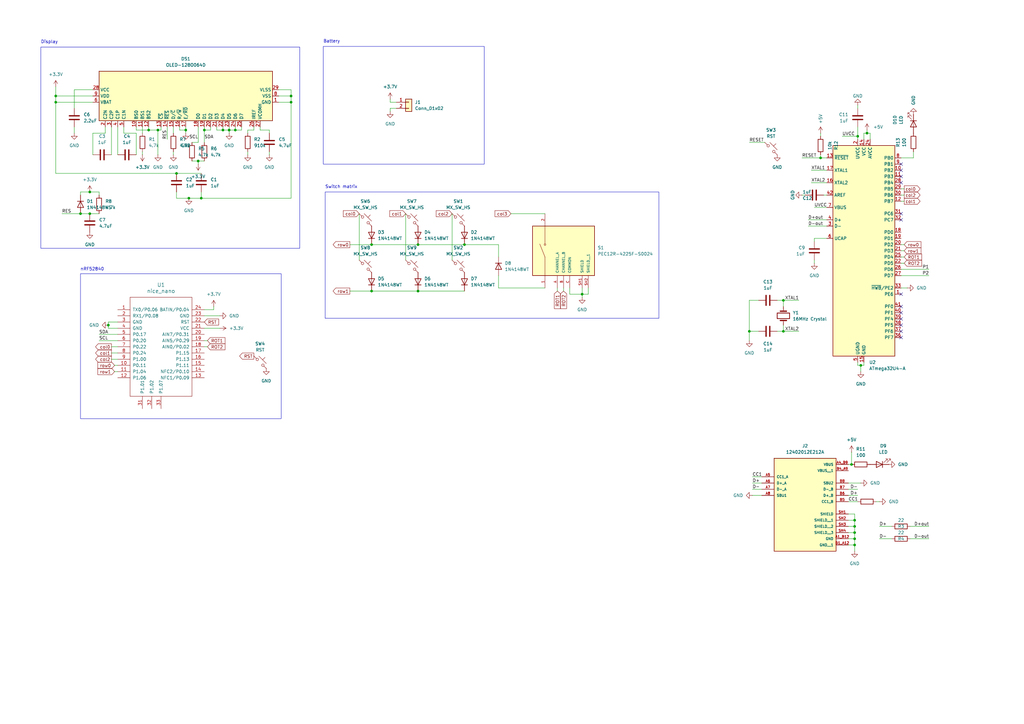
<source format=kicad_sch>
(kicad_sch (version 20250114) (generator "eeschema") (generator_version "9.0")
  (paper "A3")
  (rectangle (start 33.02 112.268) (end 115.316 171.704))
  (rectangle (start 132.588 19.05) (end 198.628 67.31))
  (rectangle (start 133.35 78.74) (end 270.256 130.556))
  (rectangle (start 16.764 19.304) (end 122.936 101.854))
  (text "Battery" (at 132.588 17.78 0) (effects (font (size 1.27 1.27)) (justify left bottom)))
  (text "Display" (at 16.764 18.034 0) (effects (font (size 1.27 1.27)) (justify left bottom)))
  (text "Switch matrix" (at 133.35 77.47 0) (effects (font (size 1.27 1.27)) (justify left bottom)))
  (text "nRF52840" (at 37.846 110.49 0) (effects (font (size 1.27 1.27))))
  (junction (at 36.83 87.63))
  (junction (at 350.52 215.9))
  (junction (at 351.79 55.88))
  (junction (at 82.55 81.28))
  (junction (at 171.45 100.33))
  (junction (at 238.76 120.65))
  (junction (at 190.5 100.33))
  (junction (at 81.28 66.04))
  (junction (at 353.06 149.86))
  (junction (at 171.45 119.38))
  (junction (at 355.6 54.61))
  (junction (at 307.34 135.89))
  (junction (at 93.98 53.34))
  (junction (at 22.86 39.37))
  (junction (at 36.83 78.74))
  (junction (at 119.38 39.37))
  (junction (at 349.25 190.5))
  (junction (at 336.55 64.77))
  (junction (at 76.2 53.34))
  (junction (at 321.31 135.89))
  (junction (at 321.31 123.19))
  (junction (at 119.38 41.91))
  (junction (at 350.52 213.36))
  (junction (at 83.82 53.34))
  (junction (at 350.52 218.44))
  (junction (at 60.96 53.34))
  (junction (at 22.86 41.91))
  (junction (at 350.52 223.52))
  (junction (at 96.52 53.34))
  (junction (at 64.77 53.34))
  (junction (at 91.44 53.34))
  (junction (at 72.39 71.12))
  (junction (at 152.4 100.33))
  (junction (at 77.47 81.28))
  (junction (at 350.52 220.98))
  (junction (at 44.45 133.35))
  (junction (at 152.4 119.38))
  (junction (at 33.02 87.63))
  (no_connect (at 369.57 138.43))
  (no_connect (at 369.57 74.93))
  (no_connect (at 369.57 128.27))
  (no_connect (at 369.57 90.17))
  (no_connect (at 369.57 130.81))
  (no_connect (at 369.57 133.35))
  (no_connect (at 369.57 120.65))
  (no_connect (at 369.57 87.63))
  (no_connect (at 369.57 72.39))
  (no_connect (at 369.57 69.85))
  (no_connect (at 369.57 125.73))
  (no_connect (at 369.57 67.31))
  (no_connect (at 369.57 135.89))
  (wire (pts (xy 233.68 120.65) (xy 238.76 120.65)))
  (wire (pts (xy 307.34 123.19) (xy 311.15 123.19)))
  (wire (pts (xy 40.64 137.16) (xy 48.26 137.16)))
  (wire (pts (xy 349.25 185.42) (xy 349.25 190.5)))
  (wire (pts (xy 345.44 55.88) (xy 351.79 55.88)))
  (wire (pts (xy 104.14 53.34) (xy 101.6 53.34)))
  (wire (pts (xy 328.93 64.77) (xy 336.55 64.77)))
  (wire (pts (xy 48.26 52.07) (xy 48.26 63.5)))
  (wire (pts (xy 327.66 123.19) (xy 321.31 123.19)))
  (wire (pts (xy 311.15 135.89) (xy 307.34 135.89)))
  (wire (pts (xy 96.52 53.34) (xy 96.52 52.07)))
  (wire (pts (xy 147.32 87.63) (xy 147.32 106.68)))
  (wire (pts (xy 355.6 54.61) (xy 354.33 54.61)))
  (wire (pts (xy 347.98 198.12) (xy 353.06 198.12)))
  (wire (pts (xy 360.68 215.9) (xy 365.76 215.9)))
  (wire (pts (xy 55.88 53.34) (xy 60.96 53.34)))
  (wire (pts (xy 30.48 36.83) (xy 38.1 36.83)))
  (wire (pts (xy 119.38 39.37) (xy 119.38 41.91)))
  (wire (pts (xy 81.28 67.31) (xy 81.28 66.04)))
  (wire (pts (xy 81.28 66.04) (xy 78.74 66.04)))
  (wire (pts (xy 350.52 210.82) (xy 350.52 213.36)))
  (wire (pts (xy 22.86 39.37) (xy 22.86 41.91)))
  (wire (pts (xy 81.28 52.07) (xy 81.28 58.42)))
  (wire (pts (xy 332.74 74.93) (xy 339.09 74.93)))
  (wire (pts (xy 114.3 41.91) (xy 119.38 41.91)))
  (wire (pts (xy 50.8 52.07) (xy 50.8 54.61)))
  (wire (pts (xy 82.55 78.74) (xy 82.55 81.28)))
  (wire (pts (xy 88.9 53.34) (xy 88.9 52.07)))
  (wire (pts (xy 85.09 139.7) (xy 83.82 139.7)))
  (wire (pts (xy 370.84 77.47) (xy 369.57 77.47)))
  (wire (pts (xy 45.72 144.78) (xy 48.26 144.78)))
  (wire (pts (xy 143.51 100.33) (xy 152.4 100.33)))
  (wire (pts (xy 76.2 53.34) (xy 76.2 54.61)))
  (wire (pts (xy 93.98 53.34) (xy 93.98 54.61)))
  (wire (pts (xy 353.06 149.86) (xy 353.06 152.4)))
  (wire (pts (xy 72.39 71.12) (xy 82.55 71.12)))
  (wire (pts (xy 55.88 52.07) (xy 55.88 53.34)))
  (wire (pts (xy 369.57 118.11) (xy 372.11 118.11)))
  (wire (pts (xy 241.3 118.11) (xy 241.3 120.65)))
  (wire (pts (xy 370.84 102.87) (xy 369.57 102.87)))
  (wire (pts (xy 347.98 213.36) (xy 350.52 213.36)))
  (wire (pts (xy 351.79 149.86) (xy 353.06 149.86)))
  (wire (pts (xy 83.82 129.54) (xy 90.17 129.54)))
  (wire (pts (xy 231.14 118.11) (xy 231.14 119.38)))
  (wire (pts (xy 48.26 134.62) (xy 44.45 134.62)))
  (wire (pts (xy 110.49 53.34) (xy 106.68 53.34)))
  (wire (pts (xy 328.93 80.01) (xy 330.2 80.01)))
  (wire (pts (xy 99.06 53.34) (xy 99.06 52.07)))
  (wire (pts (xy 321.31 123.19) (xy 321.31 125.73)))
  (wire (pts (xy 336.55 54.61) (xy 336.55 55.88)))
  (wire (pts (xy 331.47 90.17) (xy 339.09 90.17)))
  (wire (pts (xy 350.52 215.9) (xy 350.52 218.44)))
  (wire (pts (xy 43.18 54.61) (xy 43.18 52.07)))
  (wire (pts (xy 91.44 53.34) (xy 91.44 52.07)))
  (wire (pts (xy 25.4 87.63) (xy 33.02 87.63)))
  (wire (pts (xy 350.52 213.36) (xy 350.52 215.9)))
  (wire (pts (xy 321.31 135.89) (xy 318.77 135.89)))
  (wire (pts (xy 104.14 52.07) (xy 104.14 53.34)))
  (wire (pts (xy 308.61 195.58) (xy 312.42 195.58)))
  (wire (pts (xy 350.52 218.44) (xy 350.52 220.98)))
  (wire (pts (xy 30.48 44.45) (xy 30.48 36.83)))
  (wire (pts (xy 351.79 43.18) (xy 351.79 44.45)))
  (wire (pts (xy 350.52 220.98) (xy 350.52 223.52)))
  (wire (pts (xy 160.02 44.45) (xy 160.02 45.72)))
  (wire (pts (xy 58.42 63.5) (xy 58.42 62.23)))
  (wire (pts (xy 351.79 200.66) (xy 347.98 200.66)))
  (wire (pts (xy 114.3 36.83) (xy 119.38 36.83)))
  (wire (pts (xy 30.48 54.61) (xy 30.48 52.07)))
  (wire (pts (xy 46.99 149.86) (xy 48.26 149.86)))
  (wire (pts (xy 45.72 52.07) (xy 45.72 63.5)))
  (wire (pts (xy 46.99 152.4) (xy 48.26 152.4)))
  (wire (pts (xy 64.77 53.34) (xy 60.96 53.34)))
  (wire (pts (xy 143.51 119.38) (xy 152.4 119.38)))
  (wire (pts (xy 308.61 198.12) (xy 312.42 198.12)))
  (wire (pts (xy 22.86 71.12) (xy 72.39 71.12)))
  (wire (pts (xy 88.9 53.34) (xy 91.44 53.34)))
  (wire (pts (xy 347.98 223.52) (xy 350.52 223.52)))
  (wire (pts (xy 334.01 99.06) (xy 334.01 97.79)))
  (wire (pts (xy 45.72 147.32) (xy 48.26 147.32)))
  (wire (pts (xy 71.12 62.23) (xy 71.12 63.5)))
  (wire (pts (xy 334.01 97.79) (xy 339.09 97.79)))
  (wire (pts (xy 96.52 53.34) (xy 99.06 53.34)))
  (wire (pts (xy 76.2 52.07) (xy 76.2 53.34)))
  (wire (pts (xy 83.82 52.07) (xy 83.82 53.34)))
  (wire (pts (xy 351.79 55.88) (xy 351.79 57.15)))
  (wire (pts (xy 101.6 53.34) (xy 101.6 54.61)))
  (wire (pts (xy 87.63 127) (xy 83.82 127)))
  (wire (pts (xy 308.61 203.2) (xy 312.42 203.2)))
  (wire (pts (xy 40.64 80.01) (xy 40.64 78.74)))
  (wire (pts (xy 85.09 142.24) (xy 83.82 142.24)))
  (wire (pts (xy 238.76 118.11) (xy 238.76 120.65)))
  (wire (pts (xy 22.86 41.91) (xy 38.1 41.91)))
  (wire (pts (xy 106.68 53.34) (xy 106.68 52.07)))
  (wire (pts (xy 93.98 53.34) (xy 96.52 53.34)))
  (wire (pts (xy 337.82 80.01) (xy 339.09 80.01)))
  (wire (pts (xy 238.76 121.92) (xy 238.76 120.65)))
  (wire (pts (xy 48.26 132.08) (xy 44.45 132.08)))
  (wire (pts (xy 160.02 41.91) (xy 162.56 41.91)))
  (wire (pts (xy 66.04 52.07) (xy 66.04 53.34)))
  (wire (pts (xy 40.64 139.7) (xy 48.26 139.7)))
  (wire (pts (xy 91.44 53.34) (xy 93.98 53.34)))
  (wire (pts (xy 209.55 87.63) (xy 223.52 87.63)))
  (wire (pts (xy 347.98 218.44) (xy 350.52 218.44)))
  (wire (pts (xy 171.45 119.38) (xy 190.5 119.38)))
  (wire (pts (xy 356.87 57.15) (xy 356.87 54.61)))
  (wire (pts (xy 355.6 53.34) (xy 355.6 54.61)))
  (wire (pts (xy 86.36 52.07) (xy 86.36 53.34)))
  (wire (pts (xy 64.77 63.5) (xy 64.77 53.34)))
  (wire (pts (xy 356.87 54.61) (xy 355.6 54.61)))
  (wire (pts (xy 336.55 64.77) (xy 339.09 64.77)))
  (wire (pts (xy 381 110.49) (xy 369.57 110.49)))
  (wire (pts (xy 152.4 100.33) (xy 171.45 100.33)))
  (wire (pts (xy 360.68 205.74) (xy 359.41 205.74)))
  (wire (pts (xy 334.01 85.09) (xy 339.09 85.09)))
  (wire (pts (xy 44.45 134.62) (xy 44.45 133.35)))
  (wire (pts (xy 238.76 120.65) (xy 241.3 120.65)))
  (wire (pts (xy 119.38 39.37) (xy 119.38 36.83)))
  (wire (pts (xy 44.45 132.08) (xy 44.45 133.35)))
  (wire (pts (xy 66.04 53.34) (xy 64.77 53.34)))
  (wire (pts (xy 347.98 215.9) (xy 350.52 215.9)))
  (wire (pts (xy 381 215.9) (xy 373.38 215.9)))
  (wire (pts (xy 110.49 53.34) (xy 110.49 54.61)))
  (wire (pts (xy 370.84 107.95) (xy 369.57 107.95)))
  (wire (pts (xy 370.84 82.55) (xy 369.57 82.55)))
  (wire (pts (xy 228.6 119.38) (xy 228.6 118.11)))
  (wire (pts (xy 381 220.98) (xy 373.38 220.98)))
  (wire (pts (xy 22.86 35.56) (xy 22.86 39.37)))
  (wire (pts (xy 354.33 54.61) (xy 354.33 57.15)))
  (wire (pts (xy 119.38 41.91) (xy 119.38 81.28)))
  (wire (pts (xy 55.88 54.61) (xy 55.88 63.5)))
  (wire (pts (xy 160.02 40.64) (xy 160.02 41.91)))
  (wire (pts (xy 308.61 200.66) (xy 312.42 200.66)))
  (wire (pts (xy 233.68 118.11) (xy 233.68 120.65)))
  (wire (pts (xy 349.25 190.5) (xy 347.98 190.5)))
  (wire (pts (xy 60.96 53.34) (xy 60.96 52.07)))
  (wire (pts (xy 22.86 39.37) (xy 38.1 39.37)))
  (wire (pts (xy 101.6 62.23) (xy 101.6 63.5)))
  (wire (pts (xy 58.42 52.07) (xy 58.42 54.61)))
  (wire (pts (xy 332.74 69.85) (xy 339.09 69.85)))
  (wire (pts (xy 86.36 53.34) (xy 83.82 53.34)))
  (wire (pts (xy 307.34 123.19) (xy 307.34 135.89)))
  (wire (pts (xy 350.52 223.52) (xy 350.52 226.06)))
  (wire (pts (xy 33.02 78.74) (xy 33.02 80.01)))
  (wire (pts (xy 72.39 78.74) (xy 72.39 81.28)))
  (wire (pts (xy 381 113.03) (xy 369.57 113.03)))
  (wire (pts (xy 347.98 220.98) (xy 350.52 220.98)))
  (wire (pts (xy 351.79 205.74) (xy 347.98 205.74)))
  (wire (pts (xy 370.84 105.41) (xy 369.57 105.41)))
  (wire (pts (xy 185.42 87.63) (xy 185.42 106.68)))
  (wire (pts (xy 347.98 210.82) (xy 350.52 210.82)))
  (wire (pts (xy 71.12 52.07) (xy 71.12 54.61)))
  (wire (pts (xy 321.31 135.89) (xy 327.66 135.89)))
  (wire (pts (xy 93.98 53.34) (xy 93.98 52.07)))
  (wire (pts (xy 40.64 78.74) (xy 36.83 78.74)))
  (wire (pts (xy 166.37 87.63) (xy 166.37 106.68)))
  (wire (pts (xy 110.49 62.23) (xy 110.49 63.5)))
  (wire (pts (xy 370.84 80.01) (xy 369.57 80.01)))
  (wire (pts (xy 83.82 53.34) (xy 83.82 58.42)))
  (wire (pts (xy 73.66 52.07) (xy 73.66 53.34)))
  (wire (pts (xy 351.79 52.07) (xy 351.79 55.88)))
  (wire (pts (xy 307.34 135.89) (xy 307.34 139.7)))
  (wire (pts (xy 87.63 125.73) (xy 87.63 127)))
  (wire (pts (xy 360.68 220.98) (xy 365.76 220.98)))
  (wire (pts (xy 50.8 54.61) (xy 55.88 54.61)))
  (wire (pts (xy 204.47 113.03) (xy 204.47 118.11)))
  (wire (pts (xy 370.84 100.33) (xy 369.57 100.33)))
  (wire (pts (xy 38.1 54.61) (xy 38.1 63.5)))
  (wire (pts (xy 114.3 39.37) (xy 119.38 39.37)))
  (wire (pts (xy 354.33 149.86) (xy 353.06 149.86)))
  (wire (pts (xy 336.55 63.5) (xy 336.55 64.77)))
  (wire (pts (xy 204.47 100.33) (xy 204.47 105.41)))
  (wire (pts (xy 76.2 53.34) (xy 73.66 53.34)))
  (wire (pts (xy 204.47 100.33) (xy 190.5 100.33)))
  (wire (pts (xy 22.86 41.91) (xy 22.86 71.12)))
  (wire (pts (xy 307.34 58.42) (xy 313.69 58.42)))
  (wire (pts (xy 36.83 87.63) (xy 40.64 87.63)))
  (wire (pts (xy 351.79 148.59) (xy 351.79 149.86)))
  (wire (pts (xy 36.83 87.63) (xy 33.02 87.63)))
  (wire (pts (xy 38.1 54.61) (xy 43.18 54.61)))
  (wire (pts (xy 82.55 81.28) (xy 77.47 81.28)))
  (wire (pts (xy 72.39 81.28) (xy 77.47 81.28)))
  (wire (pts (xy 81.28 58.42) (xy 78.74 58.42)))
  (wire (pts (xy 334.01 106.68) (xy 334.01 107.95)))
  (wire (pts (xy 68.58 52.07) (xy 68.58 57.15)))
  (wire (pts (xy 119.38 81.28) (xy 82.55 81.28)))
  (wire (pts (xy 374.65 64.77) (xy 369.57 64.77)))
  (wire (pts (xy 162.56 44.45) (xy 160.02 44.45)))
  (wire (pts (xy 331.47 92.71) (xy 339.09 92.71)))
  (wire (pts (xy 45.72 142.24) (xy 48.26 142.24)))
  (wire (pts (xy 374.65 62.23) (xy 374.65 64.77)))
  (wire (pts (xy 204.47 118.11) (xy 223.52 118.11)))
  (wire (pts (xy 152.4 119.38) (xy 171.45 119.38)))
  (wire (pts (xy 33.02 78.74) (xy 36.83 78.74)))
  (wire (pts (xy 171.45 100.33) (xy 190.5 100.33)))
  (wire (pts (xy 351.79 203.2) (xy 347.98 203.2)))
  (wire (pts (xy 321.31 133.35) (xy 321.31 135.89)))
  (wire (pts (xy 81.28 66.04) (xy 83.82 66.04)))
  (wire (pts (xy 354.33 148.59) (xy 354.33 149.86)))
  (wire (pts (xy 318.77 123.19) (xy 321.31 123.19)))
  (wire (pts (xy 83.82 134.62) (xy 90.17 134.62)))
  (label "D-" (at 360.68 220.98 0))
  (label "XTAL2" (at 327.66 135.89 180))
  (label "CC1" (at 347.98 205.74 0))
  (label "D+out" (at 381 215.9 180))
  (label "P2" (at 381 113.03 180))
  (label "P1" (at 381 110.49 180))
  (label "SCL" (at 81.28 57.15 180))
  (label "D+" (at 351.79 203.2 180))
  (label "XTAL1" (at 327.66 123.19 180))
  (label "RES" (at 68.58 57.15 90))
  (label "CC1" (at 308.61 195.58 0))
  (label "SDA" (at 40.64 137.16 0))
  (label "RESET" (at 328.93 64.77 0))
  (label "D-" (at 308.61 200.66 0))
  (label "SDA" (at 83.82 57.15 0))
  (label "SCL" (at 40.64 139.7 0))
  (label "UVCC" (at 345.44 55.88 0))
  (label "D-out" (at 331.47 92.71 0))
  (label "D+" (at 308.61 198.12 0))
  (label "XTAL2" (at 332.74 74.93 0))
  (label "D-" (at 351.79 200.66 180))
  (label "D-out" (at 381 220.98 180))
  (label "D+out" (at 331.47 90.17 0))
  (label "RESET" (at 307.34 58.42 0))
  (label "RES" (at 25.4 87.63 0))
  (label "XTAL1" (at 332.74 69.85 0))
  (label "UVCC" (at 334.01 85.09 0))
  (label "D+" (at 360.68 215.9 0))
  (global_label "ROT1" (shape input) (at 370.84 105.41 0) (property "Intersheetrefs" "${INTERSHEET_REFS}" (effects (hide yes))))
  (global_label "row1" (shape input) (at 370.84 102.87 0) (property "Intersheetrefs" "${INTERSHEET_REFS}" (effects (hide yes))))
  (global_label "col2" (shape input) (at 185.42 87.63 180) (property "Intersheetrefs" "${INTERSHEET_REFS}" (effects (hide yes))))
  (global_label "col1" (shape input) (at 166.37 87.63 180) (property "Intersheetrefs" "${INTERSHEET_REFS}" (effects (hide yes))))
  (global_label "row1" (shape input) (at 46.99 152.4 180) (property "Intersheetrefs" "${INTERSHEET_REFS}" (effects (hide yes))))
  (global_label "ROT2" (shape input) (at 85.09 142.24 0) (property "Intersheetrefs" "${INTERSHEET_REFS}" (effects (hide yes))))
  (global_label "col0" (shape output) (at 45.72 142.24 180) (property "Intersheetrefs" "${INTERSHEET_REFS}" (effects (hide yes))))
  (global_label "col1" (shape output) (at 45.72 144.78 180) (property "Intersheetrefs" "${INTERSHEET_REFS}" (effects (hide yes))))
  (global_label "row0" (shape input) (at 370.84 100.33 0) (property "Intersheetrefs" "${INTERSHEET_REFS}" (effects (hide yes))))
  (global_label "row0" (shape output) (at 143.51 100.33 180) (property "Intersheetrefs" "${INTERSHEET_REFS}" (effects (hide yes))))
  (global_label "col0" (shape input) (at 147.32 87.63 180) (property "Intersheetrefs" "${INTERSHEET_REFS}" (effects (hide yes))))
  (global_label "col0" (shape output) (at 370.84 77.47 0) (property "Intersheetrefs" "${INTERSHEET_REFS}" (effects (hide yes))))
  (global_label "row0" (shape input) (at 46.99 149.86 180) (property "Intersheetrefs" "${INTERSHEET_REFS}" (effects (hide yes))))
  (global_label "ROT2" (shape input) (at 370.84 107.95 0) (property "Intersheetrefs" "${INTERSHEET_REFS}" (effects (hide yes))))
  (global_label "col3" (shape input) (at 209.55 87.63 180) (property "Intersheetrefs" "${INTERSHEET_REFS}" (effects (hide yes))))
  (global_label "ROT1" (shape input) (at 85.09 139.7 0) (property "Intersheetrefs" "${INTERSHEET_REFS}" (effects (hide yes))))
  (global_label "RST" (shape input) (at 83.82 132.08 0) (property "Intersheetrefs" "${INTERSHEET_REFS}" (effects (hide yes))))
  (global_label "RST" (shape output) (at 104.14 146.05 180) (property "Intersheetrefs" "${INTERSHEET_REFS}" (effects (hide yes))))
  (global_label "col2" (shape output) (at 370.84 80.01 0) (property "Intersheetrefs" "${INTERSHEET_REFS}" (effects (hide yes))))
  (global_label "col2" (shape output) (at 45.72 147.32 180) (property "Intersheetrefs" "${INTERSHEET_REFS}" (effects (hide yes))))
  (global_label "ROT2" (shape input) (at 231.14 119.38 270) (property "Intersheetrefs" "${INTERSHEET_REFS}" (effects (hide yes))))
  (global_label "col1" (shape output) (at 370.84 82.55 0) (property "Intersheetrefs" "${INTERSHEET_REFS}" (effects (hide yes))))
  (global_label "row1" (shape output) (at 143.51 119.38 180) (property "Intersheetrefs" "${INTERSHEET_REFS}" (effects (hide yes))))
  (global_label "ROT1" (shape input) (at 228.6 119.38 270) (property "Intersheetrefs" "${INTERSHEET_REFS}" (effects (hide yes))))
  (symbol (lib_id "PEC12R-4225F-S0024:PEC12R-4225F-S0024") (at 228.6 102.87 90) (unit 1)
    (property "Reference" "S1" (at 245.11 101.5999 90) (effects (justify right)))
    (property "Value" "PEC12R-4225F-S0024" (at 245.11 104.1399 90) (effects (justify right)))
    (property "Footprint" "PEC12R_4225F_S0024:XDCR_PEC12R-4225F-S0024" (effects (hide yes)))
    (property "PARTREV" "07/21" (effects (hide yes)))
    (property "MANUFACTURER" "Bourns" (effects (hide yes)))
    (property "MAXIMUM_PACKAGE_HEIGHT" "20.5mm" (effects (hide yes)))
    (property "STANDARD" "Manufacturer recommendations" (effects (hide yes)))
  )
  (symbol (lib_id "power:+5V") (at 349.25 185.42 0) (unit 1)
    (property "Reference" "#PWR025" (effects (hide yes)))
    (property "Value" "+5V" (at 349.25 180.34 0))
    (property "Description" "Power symbol creates a global label with name \"+5V\"" (effects (hide yes)))
  )
  (symbol (lib_id "Device:R") (at 353.06 190.5 90) (unit 1)
    (property "Reference" "R11" (at 353.06 184.15 90))
    (property "Value" "100" (at 353.06 186.69 90))
    (property "Footprint" "Resistor_SMD:R_0805_2012Metric_Pad1.20x1.40mm_HandSolder" (effects (hide yes)))
    (property "Description" "Resistor" (effects (hide yes)))
  )
  (symbol (lib_id "power:GND") (at 350.52 226.06 0) (unit 1)
    (property "Reference" "#PWR022" (effects (hide yes)))
    (property "Value" "GND" (at 350.52 231.14 0))
    (property "Description" "Power symbol creates a global label with name \"GND\" , ground" (effects (hide yes)))
  )
  (symbol (lib_id "Connector_Generic:Conn_01x02") (at 167.64 41.91 0) (unit 1)
    (property "Reference" "J1" (at 170.18 41.9099 0) (effects (justify left)))
    (property "Value" "Conn_01x02" (at 170.18 44.4499 0) (effects (justify left)))
    (property "Footprint" "Connector_JST:JST_PH_S2B-PH-K_1x02_P2.00mm_Horizontal" (effects (hide yes)))
    (property "Description" "Generic connector, single row, 01x02, script generated (kicad-library-utils/schlib/autogen/connector/)" (effects (hide yes)))
  )
  (symbol (lib_id "power:GND") (at 160.02 45.72 0) (unit 1)
    (property "Reference" "#PWR02" (effects (hide yes)))
    (property "Value" "GND" (at 160.02 50.8 0))
    (property "Description" "Power symbol creates a global label with name \"GND\" , ground" (effects (hide yes)))
  )
  (symbol (lib_id "Device:C") (at 72.39 74.93 180) (unit 1)
    (property "Reference" "C2" (at 76.2 73.6599 0) (effects (justify right)))
    (property "Value" "1uF" (at 76.2 76.1999 0) (effects (justify right)))
    (property "Footprint" "Capacitor_SMD:C_0805_2012Metric_Pad1.18x1.45mm_HandSolder" (effects (hide yes)))
    (property "Description" "Unpolarized capacitor" (effects (hide yes)))
  )
  (symbol (lib_id "power:GND") (at 364.49 190.5 90) (unit 1)
    (property "Reference" "#PWR024" (effects (hide yes)))
    (property "Value" "GND" (at 368.3 190.4999 90) (effects (justify right)))
    (property "Description" "Power symbol creates a global label with name \"GND\" , ground" (effects (hide yes)))
  )
  (symbol (lib_id "power:GND") (at 308.61 203.2 270) (unit 1)
    (property "Reference" "#PWR021" (effects (hide yes)))
    (property "Value" "GND" (at 304.8 203.1999 90) (effects (justify right)))
    (property "Description" "Power symbol creates a global label with name \"GND\" , ground" (effects (hide yes)))
  )
  (symbol (lib_id "power:+3.3V") (at 160.02 40.64 0) (unit 1)
    (property "Reference" "#PWR01" (effects (hide yes)))
    (property "Value" "+3.7V" (at 160.02 35.56 0))
    (property "Description" "Power symbol creates a global label with name \"+3.3V\"" (effects (hide yes)))
  )
  (symbol (lib_id "Device:R") (at 336.55 59.69 180) (unit 1)
    (property "Reference" "R12" (at 342.9 59.69 90))
    (property "Value" "10k" (at 340.36 59.69 90))
    (property "Footprint" "Resistor_SMD:R_0805_2012Metric_Pad1.20x1.40mm_HandSolder" (effects (hide yes)))
    (property "Description" "Resistor" (effects (hide yes)))
  )
  (symbol (lib_id "Device:LED") (at 360.68 190.5 180) (unit 1)
    (property "Reference" "D9" (at 362.2675 182.88 0))
    (property "Value" "LED" (at 362.2675 185.42 0))
    (property "Footprint" "LED_SMD:LED_0603_1608Metric_Pad1.05x0.95mm_HandSolder" (effects (hide yes)))
    (property "Description" "Light emitting diode" (effects (hide yes)))
    (property "Sim.Pins" "1=K 2=A" (effects (hide yes)))
  )
  (symbol (lib_id "power:GND") (at 44.45 133.35 270) (unit 1)
    (property "Reference" "#PWR019" (effects (hide yes)))
    (property "Value" "GND" (at 40.64 133.3499 90) (effects (justify right)))
    (property "Description" "Power symbol creates a global label with name \"GND\" , ground" (effects (hide yes)))
  )
  (symbol (lib_id "power:GND") (at 334.01 107.95 0) (unit 1)
    (property "Reference" "#PWR029" (effects (hide yes)))
    (property "Value" "GND" (at 334.01 113.03 0))
    (property "Description" "Power symbol creates a global label with name \"GND\" , ground" (effects (hide yes)))
  )
  (symbol (lib_id "Device:R") (at 78.74 62.23 0) (unit 1)
    (property "Reference" "R5" (at 81.28 60.9599 0) (effects (justify left)))
    (property "Value" "4.7k" (at 81.28 63.4999 0) (effects (justify left)))
    (property "Footprint" "Resistor_SMD:R_0805_2012Metric_Pad1.20x1.40mm_HandSolder" (effects (hide yes)))
    (property "Description" "Resistor" (effects (hide yes)))
  )
  (symbol (lib_id "power:GND") (at 30.48 54.61 0) (unit 1)
    (property "Reference" "#PWR09" (effects (hide yes)))
    (property "Value" "GND" (at 30.48 59.69 0))
    (property "Description" "Power symbol creates a global label with name \"GND\" , ground" (effects (hide yes)))
  )
  (symbol (lib_id "Switch:SW_Push_45deg") (at 316.23 60.96 0) (unit 1)
    (property "Reference" "SW3" (at 316.23 53.34 0))
    (property "Value" "RST" (at 316.23 55.88 0))
    (property "Footprint" "Button_Switch_SMD:SW_Tactile_SPST_NO_Straight_CK_PTS636Sx25SMTRLFS" (effects (hide yes)))
  )
  (symbol (lib_id "power:+3.3V") (at 81.28 67.31 180) (unit 1)
    (property "Reference" "#PWR014" (effects (hide yes)))
    (property "Value" "+3.3V" (at 81.28 72.39 0))
    (property "Description" "Power symbol creates a global label with name \"+3.3V\"" (effects (hide yes)))
  )
  (symbol (lib_id "PCM_marbastlib-mx:MX_SW_HS") (at 149.86 90.17 0) (unit 1)
    (property "Reference" "SW6" (at 149.86 82.55 0))
    (property "Value" "MX_SW_HS" (at 149.86 85.09 0))
    (property "Footprint" "keyswitches:Kailh_socket_MX" (effects (hide yes)))
  )
  (symbol (lib_id "Device:LED") (at 374.65 50.8 270) (unit 1)
    (property "Reference" "D10" (at 367.03 49.2125 0))
    (property "Value" "LED" (at 369.57 49.2125 0))
    (property "Footprint" "LED_SMD:LED_0603_1608Metric_Pad1.05x0.95mm_HandSolder" (effects (hide yes)))
    (property "Description" "Light emitting diode" (effects (hide yes)))
    (property "Sim.Pins" "1=K 2=A" (effects (hide yes)))
  )
  (symbol (lib_id "power:GND") (at 351.79 43.18 180) (unit 1)
    (property "Reference" "#PWR028" (effects (hide yes)))
    (property "Value" "GND" (at 351.79 39.37 0))
    (property "Description" "Power symbol creates a global label with name \"GND\" , ground" (effects (hide yes)))
  )
  (symbol (lib_id "MCU_Microchip_ATmega:ATmega32U4-A") (at 354.33 102.87 0) (unit 1)
    (property "Reference" "U2" (at 356.4733 148.59 0) (effects (justify left)))
    (property "Value" "ATmega32U4-A" (at 356.4733 151.13 0) (effects (justify left)))
    (property "Footprint" "Package_QFP:TQFP-44_10x10mm_P0.8mm" (effects (hide yes)))
    (property "Datasheet" "http://ww1.microchip.com/downloads/en/DeviceDoc/Atmel-7766-8-bit-AVR-ATmega16U4-32U4_Datasheet.pdf" (effects (hide yes)))
    (property "Description" "16MHz, 32kB Flash, 2.5kB SRAM, 1kB EEPROM, USB 2.0, TQFP-44" (effects (hide yes)))
  )
  (symbol (lib_id "Diode:1N4148WT") (at 152.4 115.57 90) (unit 1)
    (property "Reference" "D5" (at 154.94 114.2999 90) (effects (justify right)))
    (property "Value" "1N4148WT" (at 154.94 116.8399 90) (effects (justify right)))
    (property "Footprint" "Diode_SMD:D_SOD-323F" (effects (hide yes)))
    (property "Datasheet" "https://www.diodes.com/assets/Datasheets/ds30396.pdf" (effects (hide yes)))
  )
  (symbol (lib_id "Device:C") (at 30.48 48.26 180) (unit 1)
    (property "Reference" "C6" (at 34.29 46.9899 0) (effects (justify right)))
    (property "Value" "2.2uF" (at 34.29 49.5299 0) (effects (justify right)))
    (property "Footprint" "Capacitor_SMD:C_0805_2012Metric_Pad1.18x1.45mm_HandSolder" (effects (hide yes)))
    (property "Description" "Unpolarized capacitor" (effects (hide yes)))
  )
  (symbol (lib_id "power:GND") (at 307.34 139.7 0) (unit 1)
    (property "Reference" "#PWR035" (effects (hide yes)))
    (property "Value" "GND" (at 307.34 144.78 0))
    (property "Description" "Power symbol creates a global label with name \"GND\" , ground" (effects (hide yes)))
  )
  (symbol (lib_id "power:GND") (at 77.47 81.28 0) (unit 1)
    (property "Reference" "#PWR03" (effects (hide yes)))
    (property "Value" "GND" (at 77.47 86.36 0))
    (property "Description" "Power symbol creates a global label with name \"GND\" , ground" (effects (hide yes)))
  )
  (symbol (lib_id "power:+3.3V") (at 87.63 125.73 0) (unit 1)
    (property "Reference" "#PWR020" (effects (hide yes)))
    (property "Value" "+3.7V" (at 87.63 120.65 0))
    (property "Description" "Power symbol creates a global label with name \"+3.3V\"" (effects (hide yes)))
  )
  (symbol (lib_id "Device:C") (at 314.96 135.89 270) (unit 1)
    (property "Reference" "C14" (at 314.96 140.97 90))
    (property "Value" "1uF" (at 314.96 143.51 90))
    (property "Footprint" "Capacitor_SMD:C_0805_2012Metric_Pad1.18x1.45mm_HandSolder" (effects (hide yes)))
    (property "Description" "Unpolarized capacitor" (effects (hide yes)))
  )
  (symbol (lib_id "Device:R") (at 369.57 220.98 270) (unit 1)
    (property "Reference" "R4" (at 369.57 220.98 90))
    (property "Value" "22" (at 369.57 218.44 90))
    (property "Footprint" "Resistor_SMD:R_0805_2012Metric_Pad1.20x1.40mm_HandSolder" (effects (hide yes)))
    (property "Description" "Resistor" (effects (hide yes)))
  )
  (symbol (lib_id "PCM_marbastlib-mx:MX_SW_HS") (at 187.96 109.22 0) (unit 1)
    (property "Reference" "SW2" (at 187.96 101.6 0))
    (property "Value" "MX_SW_HS" (at 187.96 104.14 0))
    (property "Footprint" "keyswitches:Kailh_socket_MX" (effects (hide yes)))
  )
  (symbol (lib_id "PCM_marbastlib-mx:MX_SW_HS") (at 168.91 109.22 0) (unit 1)
    (property "Reference" "SW9" (at 168.91 101.6 0))
    (property "Value" "MX_SW_HS" (at 168.91 104.14 0))
    (property "Footprint" "keyswitches:Kailh_socket_MX" (effects (hide yes)))
  )
  (symbol (lib_id "PCM_marbastlib-mx:MX_SW_HS") (at 149.86 109.22 0) (unit 1)
    (property "Reference" "SW8" (at 149.86 101.6 0))
    (property "Value" "MX_SW_HS" (at 149.86 104.14 0))
    (property "Footprint" "keyswitches:Kailh_socket_MX" (effects (hide yes)))
  )
  (symbol (lib_id "Device:C") (at 351.79 48.26 180) (unit 1)
    (property "Reference" "C11" (at 347.98 46.9899 0) (effects (justify left)))
    (property "Value" "1uF" (at 347.98 49.5299 0) (effects (justify left)))
    (property "Footprint" "Capacitor_SMD:C_0805_2012Metric_Pad1.18x1.45mm_HandSolder" (effects (hide yes)))
    (property "Description" "Unpolarized capacitor" (effects (hide yes)))
  )
  (symbol (lib_id "Device:C") (at 41.91 63.5 90) (unit 1)
    (property "Reference" "C3" (at 41.91 55.88 90))
    (property "Value" "1uF" (at 41.91 58.42 90))
    (property "Footprint" "Capacitor_SMD:C_0805_2012Metric_Pad1.18x1.45mm_HandSolder" (effects (hide yes)))
    (property "Description" "Unpolarized capacitor" (effects (hide yes)))
  )
  (symbol (lib_id "Device:D") (at 33.02 83.82 270) (unit 1)
    (property "Reference" "D1" (at 35.56 82.5499 90) (effects (justify left)))
    (property "Value" "1N4148WS" (at 35.56 85.0899 90) (effects (justify left)))
    (property "Footprint" "Diode_SMD:D_SOD-323F" (effects (hide yes)))
    (property "Description" "Diode" (effects (hide yes)))
    (property "Sim.Device" "D" (effects (hide yes)))
    (property "Sim.Pins" "1=K 2=A" (effects (hide yes)))
  )
  (symbol (lib_id "Diode:1N4148WT") (at 204.47 109.22 270) (unit 1)
    (property "Reference" "D8" (at 207.01 107.9499 90) (effects (justify left)))
    (property "Value" "1N4148WT" (at 207.01 110.4899 90) (effects (justify left)))
    (property "Footprint" "Diode_SMD:D_SOD-323F" (effects (hide yes)))
    (property "Datasheet" "https://www.diodes.com/assets/Datasheets/ds30396.pdf" (effects (hide yes)))
  )
  (symbol (lib_id "Device:R") (at 369.57 215.9 270) (unit 1)
    (property "Reference" "R3" (at 369.57 215.9 90))
    (property "Value" "22" (at 369.57 213.36 90))
    (property "Footprint" "Resistor_SMD:R_0805_2012Metric_Pad1.20x1.40mm_HandSolder" (effects (hide yes)))
    (property "Description" "Resistor" (effects (hide yes)))
  )
  (symbol (lib_id "Switch:SW_Push_45deg") (at 106.68 148.59 0) (unit 1)
    (property "Reference" "SW4" (at 106.68 140.97 0))
    (property "Value" "RST" (at 106.68 143.51 0))
    (property "Footprint" "Button_Switch_SMD:SW_Tactile_SPST_NO_Straight_CK_PTS636Sx25SMTRLFS" (effects (hide yes)))
  )
  (symbol (lib_id "Device:R") (at 71.12 58.42 0) (unit 1)
    (property "Reference" "R7" (at 73.66 57.1499 0) (effects (justify left)))
    (property "Value" "4.7k" (at 73.66 59.6899 0) (effects (justify left)))
    (property "Footprint" "Resistor_SMD:R_0805_2012Metric_Pad1.20x1.40mm_HandSolder" (effects (hide yes)))
    (property "Description" "Resistor" (effects (hide yes)))
  )
  (symbol (lib_id "Device:C") (at 110.49 58.42 180) (unit 1)
    (property "Reference" "C5" (at 114.3 57.1499 0) (effects (justify right)))
    (property "Value" "4.7uF" (at 114.3 59.6899 0) (effects (justify right)))
    (property "Footprint" "Capacitor_SMD:C_0805_2012Metric_Pad1.18x1.45mm_HandSolder" (effects (hide yes)))
    (property "Description" "Unpolarized capacitor" (effects (hide yes)))
  )
  (symbol (lib_id "power:GND") (at 90.17 129.54 90) (unit 1)
    (property "Reference" "#PWR018" (effects (hide yes)))
    (property "Value" "GND" (at 93.98 129.5399 90) (effects (justify right)))
    (property "Description" "Power symbol creates a global label with name \"GND\" , ground" (effects (hide yes)))
  )
  (symbol (lib_id "power:GND") (at 64.77 63.5 0) (unit 1)
    (property "Reference" "#PWR012" (effects (hide yes)))
    (property "Value" "GND" (at 64.77 68.58 0))
    (property "Description" "Power symbol creates a global label with name \"GND\" , ground" (effects (hide yes)))
  )
  (symbol (lib_id "Diode:1N4148WT") (at 190.5 115.57 90) (unit 1)
    (property "Reference" "D7" (at 193.04 114.2999 90) (effects (justify right)))
    (property "Value" "1N4148WT" (at 193.04 116.8399 90) (effects (justify right)))
    (property "Footprint" "Diode_SMD:D_SOD-323F" (effects (hide yes)))
    (property "Datasheet" "https://www.diodes.com/assets/Datasheets/ds30396.pdf" (effects (hide yes)))
  )
  (symbol (lib_id "power:GND") (at 76.2 54.61 0) (unit 1)
    (property "Reference" "#PWR07" (effects (hide yes)))
    (property "Value" "GND" (at 76.2 59.69 0))
    (property "Description" "Power symbol creates a global label with name \"GND\" , ground" (effects (hide yes)))
  )
  (symbol (lib_id "power:GND") (at 328.93 80.01 270) (unit 1)
    (property "Reference" "#PWR031" (effects (hide yes)))
    (property "Value" "GND" (at 325.12 80.01 0))
    (property "Description" "Power symbol creates a global label with name \"GND\" , ground" (effects (hide yes)))
  )
  (symbol (lib_id "power:+5V") (at 355.6 53.34 0) (unit 1)
    (property "Reference" "#PWR027" (effects (hide yes)))
    (property "Value" "+5V" (at 358.14 52.0699 0) (effects (justify left)))
    (property "Description" "Power symbol creates a global label with name \"+5V\"" (effects (hide yes)))
  )
  (symbol (lib_id "power:+3.3V") (at 22.86 35.56 0) (unit 1)
    (property "Reference" "#PWR05" (effects (hide yes)))
    (property "Value" "+3.3V" (at 22.86 30.48 0))
    (property "Description" "Power symbol creates a global label with name \"+3.3V\"" (effects (hide yes)))
  )
  (symbol (lib_id "Device:C") (at 314.96 123.19 270) (unit 1)
    (property "Reference" "C13" (at 314.96 115.57 90))
    (property "Value" "1uF" (at 314.96 118.11 90))
    (property "Footprint" "Capacitor_SMD:C_0805_2012Metric_Pad1.18x1.45mm_HandSolder" (effects (hide yes)))
    (property "Description" "Unpolarized capacitor" (effects (hide yes)))
  )
  (symbol (lib_id "Device:Crystal") (at 321.31 129.54 90) (unit 1)
    (property "Reference" "Y1" (at 325.12 128.2699 90) (effects (justify right)))
    (property "Value" "16MHz Crystal" (at 325.12 130.8099 90) (effects (justify right)))
    (property "Description" "Two pin crystal" (effects (hide yes)))
  )
  (symbol (lib_id "Device:R") (at 83.82 62.23 0) (unit 1)
    (property "Reference" "R6" (at 86.36 60.9599 0) (effects (justify left)))
    (property "Value" "4.7k" (at 86.36 63.4999 0) (effects (justify left)))
    (property "Footprint" "Resistor_SMD:R_0805_2012Metric_Pad1.20x1.40mm_HandSolder" (effects (hide yes)))
    (property "Description" "Resistor" (effects (hide yes)))
  )
  (symbol (lib_id "Display_Graphic:OLED-128O064D") (at 76.2 39.37 90) (unit 1)
    (property "Reference" "DS1" (at 76.2 24.13 90))
    (property "Value" "OLED-128O064D" (at 76.2 26.67 90))
    (property "Footprint" "Display:OLED-128O064D" (effects (hide yes)))
    (property "Datasheet" "https://www.vishay.com/docs/37902/oled128o064dbpp3n00000.pdf" (effects (hide yes)))
    (property "Description" "OLED display 128x64" (effects (hide yes)))
  )
  (symbol (lib_id "power:GND") (at 238.76 121.92 0) (unit 1)
    (property "Reference" "#PWR013" (effects (hide yes)))
    (property "Value" "GND" (at 238.76 127 0))
    (property "Description" "Power symbol creates a global label with name \"GND\" , ground" (effects (hide yes)))
  )
  (symbol (lib_id "power:GND") (at 318.77 63.5 0) (mirror y) (unit 1)
    (property "Reference" "#PWR034" (effects (hide yes)))
    (property "Value" "GND" (at 318.77 68.58 0))
  )
  (symbol (lib_id "power:GND") (at 109.22 151.13 0) (mirror y) (unit 1)
    (property "Reference" "#PWR062" (effects (hide yes)))
    (property "Value" "GND" (at 109.22 156.21 0))
  )
  (symbol (lib_id "power:GND") (at 36.83 95.25 0) (unit 1)
    (property "Reference" "#PWR017" (effects (hide yes)))
    (property "Value" "GND" (at 36.83 100.33 0))
    (property "Description" "Power symbol creates a global label with name \"GND\" , ground" (effects (hide yes)))
  )
  (symbol (lib_id "Device:R") (at 355.6 205.74 90) (unit 1)
    (property "Reference" "R3" (effects (hide yes)))
    (property "Value" "4.7k" (effects (hide yes)))
    (property "Footprint" "Resistor_SMD:R_0805_2012Metric_Pad1.20x1.40mm_HandSolder" (effects (hide yes)))
    (property "Description" "Resistor" (effects (hide yes)))
  )
  (symbol (lib_id "power:GND") (at 374.65 46.99 180) (unit 1)
    (property "Reference" "#PWR033" (effects (hide yes)))
    (property "Value" "GND" (at 374.6499 43.18 90) (effects (justify right)))
    (property "Description" "Power symbol creates a global label with name \"GND\" , ground" (effects (hide yes)))
  )
  (symbol (lib_id "power:GND") (at 93.98 54.61 0) (unit 1)
    (property "Reference" "#PWR06" (effects (hide yes)))
    (property "Value" "GND" (at 93.98 59.69 0))
    (property "Description" "Power symbol creates a global label with name \"GND\" , ground" (effects (hide yes)))
  )
  (symbol (lib_id "Device:R") (at 101.6 58.42 0) (unit 1)
    (property "Reference" "R2" (at 104.14 57.1499 0) (effects (justify left)))
    (property "Value" "910k" (at 104.14 59.6899 0) (effects (justify left)))
    (property "Footprint" "Resistor_SMD:R_0805_2012Metric_Pad1.20x1.40mm_HandSolder" (effects (hide yes)))
    (property "Description" "Resistor" (effects (hide yes)))
  )
  (symbol (lib_id "Device:C") (at 82.55 74.93 180) (unit 1)
    (property "Reference" "C1" (at 86.36 73.6599 0) (effects (justify right)))
    (property "Value" "1uF" (at 86.36 76.1999 0) (effects (justify right)))
    (property "Footprint" "Capacitor_SMD:C_0805_2012Metric_Pad1.18x1.45mm_HandSolder" (effects (hide yes)))
    (property "Description" "Unpolarized capacitor" (effects (hide yes)))
  )
  (symbol (lib_id "Diode:1N4148WT") (at 171.45 96.52 90) (unit 1)
    (property "Reference" "D4" (at 173.99 95.2499 90) (effects (justify right)))
    (property "Value" "1N4148WT" (at 173.99 97.7899 90) (effects (justify right)))
    (property "Footprint" "Diode_SMD:D_SOD-323F" (effects (hide yes)))
    (property "Datasheet" "https://www.diodes.com/assets/Datasheets/ds30396.pdf" (effects (hide yes)))
  )
  (symbol (lib_id "Device:R") (at 374.65 58.42 180) (unit 1)
    (property "Reference" "R13" (at 368.3 58.42 90))
    (property "Value" "100" (at 370.84 58.42 90))
    (property "Footprint" "Resistor_SMD:R_0805_2012Metric_Pad1.20x1.40mm_HandSolder" (effects (hide yes)))
    (property "Description" "Resistor" (effects (hide yes)))
  )
  (symbol (lib_id "Device:C") (at 52.07 63.5 90) (unit 1)
    (property "Reference" "C4" (at 52.07 55.88 90))
    (property "Value" "1uF" (at 52.07 58.42 90))
    (property "Footprint" "Capacitor_SMD:C_0805_2012Metric_Pad1.18x1.45mm_HandSolder" (effects (hide yes)))
    (property "Description" "Unpolarized capacitor" (effects (hide yes)))
  )
  (symbol (lib_id "power:GND") (at 110.49 63.5 0) (unit 1)
    (property "Reference" "#PWR08" (effects (hide yes)))
    (property "Value" "GND" (at 110.49 68.58 0))
    (property "Description" "Power symbol creates a global label with name \"GND\" , ground" (effects (hide yes)))
  )
  (symbol (lib_id "Device:R") (at 40.64 83.82 0) (unit 1)
    (property "Reference" "R8" (at 43.18 82.5499 0) (effects (justify left)))
    (property "Value" "4.7k" (at 43.18 85.0899 0) (effects (justify left)))
    (property "Footprint" "Resistor_SMD:R_0805_2012Metric_Pad1.20x1.40mm_HandSolder" (effects (hide yes)))
    (property "Description" "Resistor" (effects (hide yes)))
  )
  (symbol (lib_id "power:GND") (at 353.06 198.12 90) (unit 1)
    (property "Reference" "#PWR023" (effects (hide yes)))
    (property "Value" "GND" (at 356.87 198.1199 90) (effects (justify right)))
    (property "Description" "Power symbol creates a global label with name \"GND\" , ground" (effects (hide yes)))
  )
  (symbol (lib_id "power:GND") (at 353.06 152.4 0) (unit 1)
    (property "Reference" "#PWR030" (effects (hide yes)))
    (property "Value" "GND" (at 353.06 157.48 0))
    (property "Description" "Power symbol creates a global label with name \"GND\" , ground" (effects (hide yes)))
  )
  (symbol (lib_id "Device:R") (at 58.42 58.42 0) (unit 1)
    (property "Reference" "R1" (at 60.96 57.1499 0) (effects (justify left)))
    (property "Value" "4.7k" (at 60.96 59.6899 0) (effects (justify left)))
    (property "Footprint" "Resistor_SMD:R_0805_2012Metric_Pad1.20x1.40mm_HandSolder" (effects (hide yes)))
    (property "Description" "Resistor" (effects (hide yes)))
  )
  (symbol (lib_id "power:GND") (at 101.6 63.5 0) (unit 1)
    (property "Reference" "#PWR011" (effects (hide yes)))
    (property "Value" "GND" (at 101.6 68.58 0))
    (property "Description" "Power symbol creates a global label with name \"GND\" , ground" (effects (hide yes)))
  )
  (symbol (lib_id "Device:C") (at 334.01 102.87 180) (unit 1)
    (property "Reference" "C9" (at 330.2 101.5999 0) (effects (justify left)))
    (property "Value" "1uF" (at 330.2 104.1399 0) (effects (justify left)))
    (property "Footprint" "Capacitor_SMD:C_0805_2012Metric_Pad1.18x1.45mm_HandSolder" (effects (hide yes)))
    (property "Description" "Unpolarized capacitor" (effects (hide yes)))
  )
  (symbol (lib_id "power:+3.3V") (at 58.42 63.5 180) (unit 1)
    (property "Reference" "#PWR010" (effects (hide yes)))
    (property "Value" "+3.3V" (at 58.42 68.58 0))
    (property "Description" "Power symbol creates a global label with name \"+3.3V\"" (effects (hide yes)))
  )
  (symbol (lib_id "power:+3.3V") (at 36.83 78.74 0) (unit 1)
    (property "Reference" "#PWR016" (effects (hide yes)))
    (property "Value" "+3.3V" (at 36.83 73.66 0))
    (property "Description" "Power symbol creates a global label with name \"+3.3V\"" (effects (hide yes)))
  )
  (symbol (lib_id "power:+5V") (at 336.55 54.61 0) (unit 1)
    (property "Reference" "#PWR026" (effects (hide yes)))
    (property "Value" "+5V" (at 336.5501 50.8 90) (effects (justify left)))
    (property "Description" "Power symbol creates a global label with name \"+5V\"" (effects (hide yes)))
  )
  (symbol (lib_id "Diode:1N4148WT") (at 171.45 115.57 90) (unit 1)
    (property "Reference" "D6" (at 173.99 114.2999 90) (effects (justify right)))
    (property "Value" "1N4148WT" (at 173.99 116.8399 90) (effects (justify right)))
    (property "Footprint" "Diode_SMD:D_SOD-323F" (effects (hide yes)))
    (property "Datasheet" "https://www.diodes.com/assets/Datasheets/ds30396.pdf" (effects (hide yes)))
  )
  (symbol (lib_id "Diode:1N4148WT") (at 152.4 96.52 90) (unit 1)
    (property "Reference" "D3" (at 154.94 95.2499 90) (effects (justify right)))
    (property "Value" "1N4148WT" (at 154.94 97.7899 90) (effects (justify right)))
    (property "Footprint" "Diode_SMD:D_SOD-323F" (effects (hide yes)))
    (property "Datasheet" "https://www.diodes.com/assets/Datasheets/ds30396.pdf" (effects (hide yes)))
  )
  (symbol (lib_id "12402012E212A:12402012E212A") (at 330.2 200.66 0) (unit 1)
    (property "Reference" "J2" (at 330.2 182.88 0))
    (property "Value" "12402012E212A" (at 330.2 185.42 0))
    (property "Footprint" "12402012E212A:AMPHENOL_12402012E212A" (effects (hide yes)))
    (property "PARTREV" "4" (effects (hide yes)))
    (property "STANDARD" "Manufacturer Recommendations" (effects (hide yes)))
    (property "MAXIMUM_PACKAGE_HEIGHT" "3.26 mm" (effects (hide yes)))
    (property "MANUFACTURER" "Amphenol" (effects (hide yes)))
  )
  (symbol (lib_id "power:GND") (at 360.68 205.74 90) (unit 1)
    (property "Reference" "#PWR022" (effects (hide yes)))
    (property "Value" "GND" (at 364.49 205.7399 90) (effects (justify right)))
    (property "Description" "Power symbol creates a global label with name \"GND\" , ground" (effects (hide yes)))
  )
  (symbol (lib_id "PCM_marbastlib-mx:MX_SW_HS") (at 187.96 90.17 0) (unit 1)
    (property "Reference" "SW1" (at 187.96 82.55 0))
    (property "Value" "MX_SW_HS" (at 187.96 85.09 0))
    (property "Footprint" "keyswitches:Kailh_socket_MX" (effects (hide yes)))
  )
  (symbol (lib_id "nice_nano:nice_nano") (at 66.04 140.97 0) (unit 1)
    (property "Reference" "U1" (at 66.04 116.84 0) (effects (font (size 1.524 1.524))))
    (property "Value" "nice_nano" (at 66.04 119.38 0) (effects (font (size 1.524 1.524))))
    (property "Footprint" "nice-nano-kicad:nice_nano" (effects (hide yes)))
  )
  (symbol (lib_id "Device:C") (at 334.01 80.01 270) (unit 1)
    (property "Reference" "C12" (at 329.184 81.28 90) (effects (justify left)))
    (property "Value" "1uF" (at 329.184 78.74 90) (effects (justify left)))
    (property "Footprint" "Capacitor_SMD:C_0805_2012Metric_Pad1.18x1.45mm_HandSolder" (effects (hide yes)))
    (property "Description" "Unpolarized capacitor" (effects (hide yes)))
  )
  (symbol (lib_id "Device:C") (at 36.83 91.44 180) (unit 1)
    (property "Reference" "C7" (at 40.64 90.1699 0) (effects (justify right)))
    (property "Value" "4.7uF" (at 40.64 92.7099 0) (effects (justify right)))
    (property "Footprint" "Capacitor_SMD:C_0805_2012Metric_Pad1.18x1.45mm_HandSolder" (effects (hide yes)))
    (property "Description" "Unpolarized capacitor" (effects (hide yes)))
  )
  (symbol (lib_id "power:+3.3V") (at 90.17 134.62 270) (unit 1)
    (property "Reference" "#PWR04" (effects (hide yes)))
    (property "Value" "+3.3V" (at 93.98 134.6199 90) (effects (justify left)))
    (property "Description" "Power symbol creates a global label with name \"+3.3V\"" (effects (hide yes)))
  )
  (symbol (lib_id "Diode:1N4148WT") (at 190.5 96.52 90) (unit 1)
    (property "Reference" "D2" (at 193.04 95.2499 90) (effects (justify right)))
    (property "Value" "1N4148WT" (at 193.04 97.7899 90) (effects (justify right)))
    (property "Footprint" "Diode_SMD:D_SOD-323F" (effects (hide yes)))
    (property "Datasheet" "https://www.diodes.com/assets/Datasheets/ds30396.pdf" (effects (hide yes)))
  )
  (symbol (lib_id "power:GND") (at 71.12 63.5 0) (unit 1)
    (property "Reference" "#PWR015" (effects (hide yes)))
    (property "Value" "GND" (at 71.12 68.58 0))
    (property "Description" "Power symbol creates a global label with name \"GND\" , ground" (effects (hide yes)))
  )
  (symbol (lib_id "power:GND") (at 372.11 118.11 90) (unit 1)
    (property "Reference" "#PWR032" (effects (hide yes)))
    (property "Value" "GND" (at 375.92 118.1099 90) (effects (justify right)))
    (property "Description" "Power symbol creates a global label with name \"GND\" , ground" (effects (hide yes)))
  )
  (symbol (lib_id "PCM_marbastlib-mx:MX_SW_HS") (at 168.91 90.17 0) (unit 1)
    (property "Reference" "SW7" (at 168.91 82.55 0))
    (property "Value" "MX_SW_HS" (at 168.91 85.09 0))
    (property "Footprint" "keyswitches:Kailh_socket_MX" (effects (hide yes)))
  )
)
</source>
